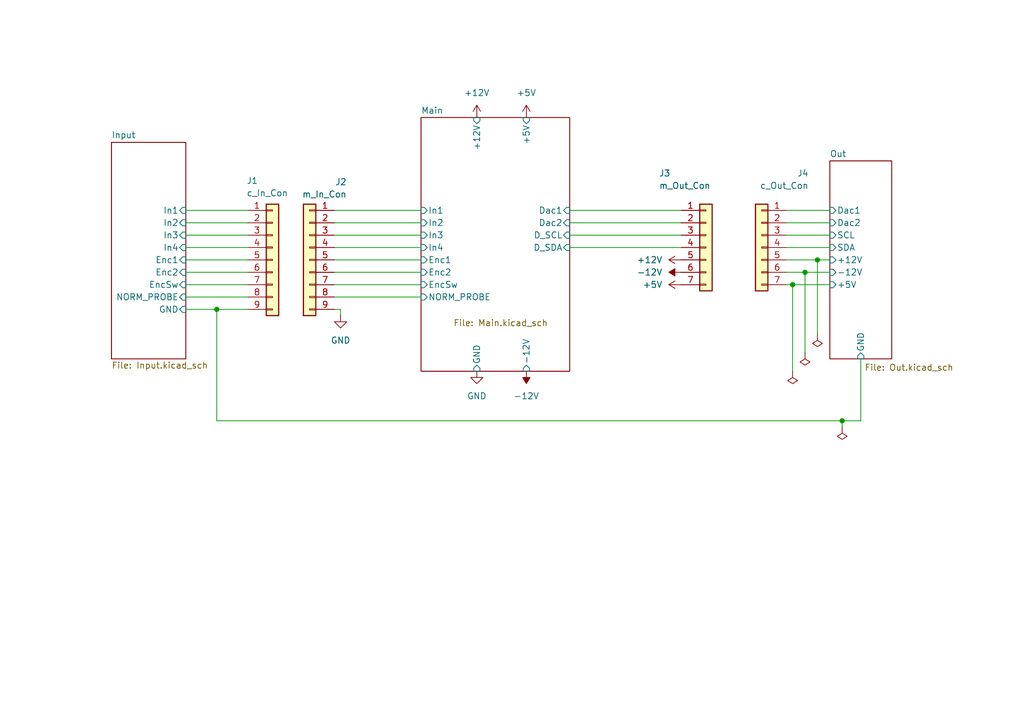
<source format=kicad_sch>
(kicad_sch (version 20250114) (generator "eeschema") (generator_version "9.0")
  (paper "A5")
  (title_block (title "Esper") (date "2025-05-13") (rev "1") (company "Sonic803"))
  (lib_symbols
    (symbol "Library:+12V" (power) (pin_numbers (hide yes)) (pin_names (offset 0) (hide yes))
      (property "Value" "+12V" (at 0 3.556 0))
      (symbol "+12V_0_1"
        (polyline (pts (xy -0.762 1.27) (xy 0 2.54)))
        (polyline (pts (xy 0 2.54) (xy 0.762 1.27)))
        (polyline (pts (xy 0 0) (xy 0 2.54)))
      )
      (symbol "+12V_1_1"
        (pin power_in line (at 0 0 90) (length 0) (name "~") (number "1"))
      )
    )
    (symbol "Library:+5V" (power) (pin_numbers (hide yes)) (pin_names (offset 0) (hide yes))
      (property "Value" "+5V" (at 0 3.556 0))
      (symbol "+5V_0_1"
        (polyline (pts (xy -0.762 1.27) (xy 0 2.54)))
        (polyline (pts (xy 0 2.54) (xy 0.762 1.27)))
        (polyline (pts (xy 0 0) (xy 0 2.54)))
      )
      (symbol "+5V_1_1"
        (pin power_in line (at 0 0 90) (length 0) (name "~") (number "1"))
      )
    )
    (symbol "Library:-12V" (power) (pin_numbers (hide yes)) (pin_names (offset 0) (hide yes))
      (property "Value" "-12V" (at 0 3.556 0))
      (symbol "-12V_0_0"
        (pin power_in line (at 0 0 90) (length 0) (name "~") (number "1"))
      )
      (symbol "-12V_0_1"
        (polyline (pts (xy 0 0) (xy 0 1.27) (xy 0.762 1.27) (xy 0 2.54) (xy -0.762 1.27) (xy 0 1.27)) (fill (type outline)))
      )
    )
    (symbol "Library:Conn_01x07" (pin_names (offset 1.016) (hide yes))
      (property "Reference" "J" (at 0 10.16 0))
      (property "Value" "Conn_01x07" (at 0 -10.16 0))
      (symbol "Conn_01x07_1_1"
        (rectangle (start -1.27 8.89) (end 1.27 -8.89) (stroke (width 0.254)) (fill (type background)))
        (rectangle (start -1.27 7.747) (end 0 7.493) (stroke (width 0.1524)))
        (rectangle (start -1.27 5.207) (end 0 4.953) (stroke (width 0.1524)))
        (rectangle (start -1.27 2.667) (end 0 2.413) (stroke (width 0.1524)))
        (rectangle (start -1.27 0.127) (end 0 -0.127) (stroke (width 0.1524)))
        (rectangle (start -1.27 -2.413) (end 0 -2.667) (stroke (width 0.1524)))
        (rectangle (start -1.27 -4.953) (end 0 -5.207) (stroke (width 0.1524)))
        (rectangle (start -1.27 -7.493) (end 0 -7.747) (stroke (width 0.1524)))
        (pin passive line (at -5.08 7.62 0) (length 3.81) (name "Pin_1") (number "1"))
        (pin passive line (at -5.08 5.08 0) (length 3.81) (name "Pin_2") (number "2"))
        (pin passive line (at -5.08 2.54 0) (length 3.81) (name "Pin_3") (number "3"))
        (pin passive line (at -5.08 0 0) (length 3.81) (name "Pin_4") (number "4"))
        (pin passive line (at -5.08 -2.54 0) (length 3.81) (name "Pin_5") (number "5"))
        (pin passive line (at -5.08 -5.08 0) (length 3.81) (name "Pin_6") (number "6"))
        (pin passive line (at -5.08 -7.62 0) (length 3.81) (name "Pin_7") (number "7"))
      )
    )
    (symbol "Library:Conn_01x09" (pin_names (offset 1.016) (hide yes))
      (property "Reference" "J" (at 0 12.7 0))
      (property "Value" "Conn_01x09" (at 0 -12.7 0))
      (symbol "Conn_01x09_1_1"
        (rectangle (start -1.27 11.43) (end 1.27 -11.43) (stroke (width 0.254)) (fill (type background)))
        (rectangle (start -1.27 10.287) (end 0 10.033) (stroke (width 0.1524)))
        (rectangle (start -1.27 7.747) (end 0 7.493) (stroke (width 0.1524)))
        (rectangle (start -1.27 5.207) (end 0 4.953) (stroke (width 0.1524)))
        (rectangle (start -1.27 2.667) (end 0 2.413) (stroke (width 0.1524)))
        (rectangle (start -1.27 0.127) (end 0 -0.127) (stroke (width 0.1524)))
        (rectangle (start -1.27 -2.413) (end 0 -2.667) (stroke (width 0.1524)))
        (rectangle (start -1.27 -4.953) (end 0 -5.207) (stroke (width 0.1524)))
        (rectangle (start -1.27 -7.493) (end 0 -7.747) (stroke (width 0.1524)))
        (rectangle (start -1.27 -10.033) (end 0 -10.287) (stroke (width 0.1524)))
        (pin passive line (at -5.08 10.16 0) (length 3.81) (name "Pin_1") (number "1"))
        (pin passive line (at -5.08 7.62 0) (length 3.81) (name "Pin_2") (number "2"))
        (pin passive line (at -5.08 5.08 0) (length 3.81) (name "Pin_3") (number "3"))
        (pin passive line (at -5.08 2.54 0) (length 3.81) (name "Pin_4") (number "4"))
        (pin passive line (at -5.08 0 0) (length 3.81) (name "Pin_5") (number "5"))
        (pin passive line (at -5.08 -2.54 0) (length 3.81) (name "Pin_6") (number "6"))
        (pin passive line (at -5.08 -5.08 0) (length 3.81) (name "Pin_7") (number "7"))
        (pin passive line (at -5.08 -7.62 0) (length 3.81) (name "Pin_8") (number "8"))
        (pin passive line (at -5.08 -10.16 0) (length 3.81) (name "Pin_9") (number "9"))
      )
    )
    (symbol "Library:GND" (power) (pin_numbers (hide yes)) (pin_names (offset 0) (hide yes))
      (property "Value" "GND" (at 0 -3.81 0))
      (symbol "GND_0_1"
        (polyline (pts (xy 0 0) (xy 0 -1.27) (xy 1.27 -1.27) (xy 0 -2.54) (xy -1.27 -1.27) (xy 0 -1.27)))
      )
      (symbol "GND_1_1"
        (pin power_in line (at 0 0 270) (length 0) (name "~") (number "1"))
      )
    )
    (symbol "Library:PWR_FLAG" (power) (pin_numbers (hide yes)) (pin_names (offset 0) (hide yes))
      (property "Value" "PWR_FLAG" (at 0 3.81 0))
      (symbol "PWR_FLAG_0_0"
        (pin power_out line (at 0 0 90) (length 0) (name "~") (number "1"))
      )
      (symbol "PWR_FLAG_0_1"
        (polyline (pts (xy 0 0) (xy 0 1.27) (xy -1.016 1.905) (xy 0 2.54) (xy 1.016 1.905) (xy 0 1.27)))
      )
    )
  )
  (junction (at 167.64 53.34))
  (junction (at 172.72 86.36))
  (junction (at 44.45 63.5))
  (junction (at 165.1 55.88))
  (junction (at 162.56 58.42))
  (wire (pts (xy 38.1 58.42) (xy 50.8 58.42)))
  (wire (pts (xy 116.84 48.26) (xy 139.7 48.26)))
  (wire (pts (xy 116.84 43.18) (xy 139.7 43.18)))
  (wire (pts (xy 68.58 60.96) (xy 86.36 60.96)))
  (wire (pts (xy 116.84 45.72) (xy 139.7 45.72)))
  (wire (pts (xy 162.56 58.42) (xy 162.56 76.2)))
  (wire (pts (xy 38.1 55.88) (xy 50.8 55.88)))
  (wire (pts (xy 68.58 45.72) (xy 86.36 45.72)))
  (wire (pts (xy 176.53 73.66) (xy 176.53 86.36)))
  (wire (pts (xy 44.45 63.5) (xy 50.8 63.5)))
  (wire (pts (xy 38.1 45.72) (xy 50.8 45.72)))
  (wire (pts (xy 38.1 48.26) (xy 50.8 48.26)))
  (wire (pts (xy 165.1 55.88) (xy 165.1 72.39)))
  (wire (pts (xy 165.1 55.88) (xy 170.18 55.88)))
  (wire (pts (xy 44.45 86.36) (xy 172.72 86.36)))
  (wire (pts (xy 161.29 43.18) (xy 170.18 43.18)))
  (wire (pts (xy 162.56 58.42) (xy 170.18 58.42)))
  (wire (pts (xy 172.72 87.63) (xy 172.72 86.36)))
  (wire (pts (xy 68.58 48.26) (xy 86.36 48.26)))
  (wire (pts (xy 176.53 86.36) (xy 172.72 86.36)))
  (wire (pts (xy 44.45 63.5) (xy 44.45 86.36)))
  (wire (pts (xy 68.58 63.5) (xy 69.85 63.5)))
  (wire (pts (xy 68.58 53.34) (xy 86.36 53.34)))
  (wire (pts (xy 161.29 45.72) (xy 170.18 45.72)))
  (wire (pts (xy 161.29 48.26) (xy 170.18 48.26)))
  (wire (pts (xy 161.29 50.8) (xy 170.18 50.8)))
  (wire (pts (xy 69.85 63.5) (xy 69.85 64.77)))
  (wire (pts (xy 38.1 43.18) (xy 50.8 43.18)))
  (wire (pts (xy 38.1 53.34) (xy 50.8 53.34)))
  (wire (pts (xy 38.1 60.96) (xy 50.8 60.96)))
  (wire (pts (xy 38.1 63.5) (xy 44.45 63.5)))
  (wire (pts (xy 68.58 55.88) (xy 86.36 55.88)))
  (wire (pts (xy 161.29 53.34) (xy 167.64 53.34)))
  (wire (pts (xy 68.58 58.42) (xy 86.36 58.42)))
  (wire (pts (xy 68.58 50.8) (xy 86.36 50.8)))
  (wire (pts (xy 161.29 55.88) (xy 165.1 55.88)))
  (wire (pts (xy 167.64 53.34) (xy 167.64 68.58)))
  (wire (pts (xy 68.58 43.18) (xy 86.36 43.18)))
  (wire (pts (xy 167.64 53.34) (xy 170.18 53.34)))
  (wire (pts (xy 38.1 50.8) (xy 50.8 50.8)))
  (wire (pts (xy 161.29 58.42) (xy 162.56 58.42)))
  (wire (pts (xy 116.84 50.8) (xy 139.7 50.8)))
  (symbol (lib_id "Library:Conn_01x07") (at 144.78 50.8 0) (unit 1)
    (property "Reference" "J3" (at 135.128 35.56 0) (effects (justify left)))
    (property "Value" "m_Out_Con" (at 135.128 38.1 0) (effects (justify left)))
    (property "Footprint" "Connector_PinSocket_2.54mm:PinSocket_1x07_P2.54mm_Vertical" (effects (hide yes)))
    (property "Description" "Generic connector, single row, 01x07, script generated (kicad-library-utils/schlib/autogen/connector/)" (effects (hide yes)))
  )
  (symbol (lib_id "Library:+5V") (at 107.95 24.13 0) (unit 1)
    (property "Reference" "#PWR04" (effects (hide yes)))
    (property "Value" "+5V" (at 107.95 19.05 0))
    (property "Description" "Power symbol creates a global label with name \"+5V\"" (effects (hide yes)))
  )
  (symbol (lib_id "Library:Conn_01x09") (at 63.5 53.34 0) (mirror y) (unit 1)
    (property "Reference" "J2" (at 71.12 37.338 0) (effects (justify left)))
    (property "Value" "m_In_Con" (at 71.12 39.878 0) (effects (justify left)))
    (property "Footprint" "Connector_PinSocket_2.54mm:PinSocket_1x09_P2.54mm_Vertical" (effects (hide yes)))
    (property "Description" "Generic connector, single row, 01x09, script generated (kicad-library-utils/schlib/autogen/connector/)" (effects (hide yes)))
  )
  (symbol (lib_id "Library:PWR_FLAG") (at 162.56 76.2 180) (unit 1)
    (property "Reference" "#FLG01" (effects (hide yes)))
    (property "Value" "PWR_FLAG" (effects (hide yes)))
    (property "Description" "Special symbol for telling ERC where power comes from" (effects (hide yes)))
  )
  (symbol (lib_id "Library:GND") (at 69.85 64.77 0) (mirror y) (unit 1)
    (property "Reference" "#PWR01" (effects (hide yes)))
    (property "Value" "GND" (at 69.85 69.85 0))
    (property "Description" "Power symbol creates a global label with name \"GND\" , ground" (effects (hide yes)))
  )
  (symbol (lib_id "Library:PWR_FLAG") (at 172.72 87.63 180) (unit 1)
    (property "Reference" "#FLG04" (effects (hide yes)))
    (property "Value" "PWR_FLAG" (effects (hide yes)))
    (property "Description" "Special symbol for telling ERC where power comes from" (effects (hide yes)))
  )
  (symbol (lib_id "Library:PWR_FLAG") (at 165.1 72.39 180) (unit 1)
    (property "Reference" "#FLG02" (effects (hide yes)))
    (property "Value" "PWR_FLAG" (effects (hide yes)))
    (property "Description" "Special symbol for telling ERC where power comes from" (effects (hide yes)))
  )
  (symbol (lib_id "Library:GND") (at 97.79 76.2 0) (unit 1)
    (property "Reference" "#PWR03" (effects (hide yes)))
    (property "Value" "GND" (at 97.79 81.28 0))
    (property "Description" "Power symbol creates a global label with name \"GND\" , ground" (effects (hide yes)))
  )
  (symbol (lib_id "Library:-12V") (at 107.95 76.2 180) (unit 1)
    (property "Reference" "#PWR05" (effects (hide yes)))
    (property "Value" "-12V" (at 107.95 81.28 0))
    (property "Description" "Power symbol creates a global label with name \"-12V\"" (effects (hide yes)))
  )
  (symbol (lib_id "Library:Conn_01x07") (at 156.21 50.8 0) (mirror y) (unit 1)
    (property "Reference" "J4" (at 165.862 35.56 0) (effects (justify left)))
    (property "Value" "c_Out_Con" (at 165.862 38.1 0) (effects (justify left)))
    (property "Footprint" "Connector_PinHeader_2.54mm:PinHeader_1x07_P2.54mm_Vertical" (effects (hide yes)))
    (property "Description" "Generic connector, single row, 01x07, script generated (kicad-library-utils/schlib/autogen/connector/)" (effects (hide yes)))
  )
  (symbol (lib_id "Library:PWR_FLAG") (at 167.64 68.58 180) (unit 1)
    (property "Reference" "#FLG03" (effects (hide yes)))
    (property "Value" "PWR_FLAG" (effects (hide yes)))
    (property "Description" "Special symbol for telling ERC where power comes from" (effects (hide yes)))
  )
  (symbol (lib_id "Library:-12V") (at 139.7 55.88 90) (unit 1)
    (property "Reference" "#PWR07" (effects (hide yes)))
    (property "Value" "-12V" (at 135.89 55.8799 90) (effects (justify left)))
    (property "Description" "Power symbol creates a global label with name \"-12V\"" (effects (hide yes)))
  )
  (symbol (lib_id "Library:+5V") (at 139.7 58.42 90) (unit 1)
    (property "Reference" "#PWR08" (effects (hide yes)))
    (property "Value" "+5V" (at 135.89 58.4199 90) (effects (justify left)))
    (property "Description" "Power symbol creates a global label with name \"+5V\"" (effects (hide yes)))
  )
  (symbol (lib_id "Library:Conn_01x09") (at 55.88 53.34 0) (unit 1)
    (property "Reference" "J1" (at 50.546 37.084 0) (effects (justify left)))
    (property "Value" "c_In_Con" (at 50.546 39.624 0) (effects (justify left)))
    (property "Footprint" "Connector_PinHeader_2.54mm:PinHeader_1x09_P2.54mm_Vertical" (effects (hide yes)))
    (property "Description" "Generic connector, single row, 01x09, script generated (kicad-library-utils/schlib/autogen/connector/)" (effects (hide yes)))
  )
  (symbol (lib_id "Library:+12V") (at 139.7 53.34 90) (unit 1)
    (property "Reference" "#PWR06" (effects (hide yes)))
    (property "Value" "+12V" (at 135.89 53.3399 90) (effects (justify left)))
    (property "Description" "Power symbol creates a global label with name \"+12V\"" (effects (hide yes)))
  )
  (symbol (lib_id "Library:+12V") (at 97.79 24.13 0) (unit 1)
    (property "Reference" "#PWR02" (effects (hide yes)))
    (property "Value" "+12V" (at 97.79 19.05 0))
    (property "Description" "Power symbol creates a global label with name \"+12V\"" (effects (hide yes)))
  )
  (sheet (at 86.36 24.13) (size 30.48 52.07) (stroke (width 0.1524))
    (property "Sheetname" "Main" (at 86.36 23.4184 0) (effects (justify left bottom)))
    (property "Sheetfile" "Main.kicad_sch" (at 92.964 65.532 0) (effects (justify left top)))
    (pin "+5V" input (at 107.95 24.13 90))
    (pin "Dac1" input (at 116.84 43.18 0))
    (pin "Dac2" input (at 116.84 45.72 0))
    (pin "D_SCL" input (at 116.84 48.26 0))
    (pin "D_SDA" input (at 116.84 50.8 0))
    (pin "Enc1" input (at 86.36 53.34 180))
    (pin "Enc2" input (at 86.36 55.88 180))
    (pin "EncSw" input (at 86.36 58.42 180))
    (pin "GND" input (at 97.79 76.2 270))
    (pin "In1" input (at 86.36 43.18 180))
    (pin "In2" input (at 86.36 45.72 180))
    (pin "+12V" input (at 97.79 24.13 90))
    (pin "-12V" input (at 107.95 76.2 270))
    (pin "NORM_PROBE" input (at 86.36 60.96 180))
    (pin "In3" input (at 86.36 48.26 180))
    (pin "In4" input (at 86.36 50.8 180))
  )
  (sheet (at 170.18 33.02) (size 12.7 40.64) (stroke (width 0.1524))
    (property "Sheetname" "Out" (at 170.18 32.3084 0) (effects (justify left bottom)))
    (property "Sheetfile" "Out.kicad_sch" (at 177.292 74.676 0) (effects (justify left top)))
    (pin "+5V" input (at 170.18 58.42 180))
    (pin "+12V" input (at 170.18 53.34 180))
    (pin "-12V" input (at 170.18 55.88 180))
    (pin "Dac1" input (at 170.18 43.18 180))
    (pin "Dac2" input (at 170.18 45.72 180))
    (pin "GND" input (at 176.53 73.66 270))
    (pin "SCL" input (at 170.18 48.26 180))
    (pin "SDA" input (at 170.18 50.8 180))
  )
  (sheet (at 22.86 29.21) (size 15.24 44.45) (stroke (width 0.1524))
    (property "Sheetname" "Input" (at 22.86 28.448 0) (effects (justify left bottom)))
    (property "Sheetfile" "Input.kicad_sch" (at 22.86 74.2446 0) (effects (justify left top)))
    (pin "Enc1" input (at 38.1 53.34 0))
    (pin "Enc2" input (at 38.1 55.88 0))
    (pin "EncSw" input (at 38.1 58.42 0))
    (pin "GND" input (at 38.1 63.5 0))
    (pin "In1" input (at 38.1 43.18 0))
    (pin "In2" input (at 38.1 45.72 0))
    (pin "NORM_PROBE" input (at 38.1 60.96 0))
    (pin "In3" input (at 38.1 48.26 0))
    (pin "In4" input (at 38.1 50.8 0))
  )
)
</source>
